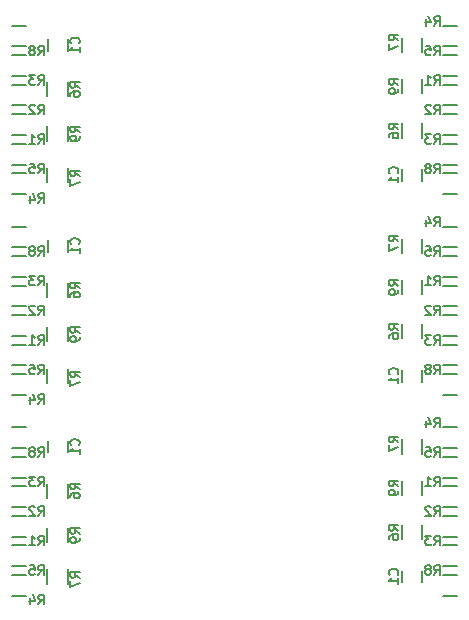
<source format=gbo>
G04 #@! TF.FileFunction,Legend,Bot*
%FSLAX46Y46*%
G04 Gerber Fmt 4.6, Leading zero omitted, Abs format (unit mm)*
G04 Created by KiCad (PCBNEW 4.0.2-stable) date 27/07/2016 9:39:40 PM*
%MOMM*%
G01*
G04 APERTURE LIST*
%ADD10C,0.100000*%
%ADD11C,0.150000*%
G04 APERTURE END LIST*
D10*
D11*
X171100000Y-115000000D02*
X171100000Y-116000000D01*
X169400000Y-116000000D02*
X169400000Y-115000000D01*
X171100000Y-132000000D02*
X171100000Y-133000000D01*
X169400000Y-133000000D02*
X169400000Y-132000000D01*
X139400000Y-139000000D02*
X139400000Y-138000000D01*
X141100000Y-138000000D02*
X141100000Y-139000000D01*
X139400000Y-122000000D02*
X139400000Y-121000000D01*
X141100000Y-121000000D02*
X141100000Y-122000000D01*
X139400000Y-105000000D02*
X139400000Y-104000000D01*
X141100000Y-104000000D02*
X141100000Y-105000000D01*
X171100000Y-149000000D02*
X171100000Y-150000000D01*
X169400000Y-150000000D02*
X169400000Y-149000000D01*
X171125000Y-142600000D02*
X171125000Y-141400000D01*
X169375000Y-141400000D02*
X169375000Y-142600000D01*
X172900000Y-151125000D02*
X174100000Y-151125000D01*
X174100000Y-149375000D02*
X172900000Y-149375000D01*
X171125000Y-139100000D02*
X171125000Y-137900000D01*
X169375000Y-137900000D02*
X169375000Y-139100000D01*
X169375000Y-145150000D02*
X169375000Y-146350000D01*
X171125000Y-146350000D02*
X171125000Y-145150000D01*
X174100000Y-139375000D02*
X172900000Y-139375000D01*
X172900000Y-141125000D02*
X174100000Y-141125000D01*
X174100000Y-136875000D02*
X172900000Y-136875000D01*
X172900000Y-138625000D02*
X174100000Y-138625000D01*
X174100000Y-146875000D02*
X172900000Y-146875000D01*
X172900000Y-148625000D02*
X174100000Y-148625000D01*
X174100000Y-144375000D02*
X172900000Y-144375000D01*
X172900000Y-146125000D02*
X174100000Y-146125000D01*
X174100000Y-141875000D02*
X172900000Y-141875000D01*
X172900000Y-143625000D02*
X174100000Y-143625000D01*
X174100000Y-107875000D02*
X172900000Y-107875000D01*
X172900000Y-109625000D02*
X174100000Y-109625000D01*
X174100000Y-110375000D02*
X172900000Y-110375000D01*
X172900000Y-112125000D02*
X174100000Y-112125000D01*
X174100000Y-112875000D02*
X172900000Y-112875000D01*
X172900000Y-114625000D02*
X174100000Y-114625000D01*
X174100000Y-102875000D02*
X172900000Y-102875000D01*
X172900000Y-104625000D02*
X174100000Y-104625000D01*
X174100000Y-105375000D02*
X172900000Y-105375000D01*
X172900000Y-107125000D02*
X174100000Y-107125000D01*
X169375000Y-111150000D02*
X169375000Y-112350000D01*
X171125000Y-112350000D02*
X171125000Y-111150000D01*
X171125000Y-105100000D02*
X171125000Y-103900000D01*
X169375000Y-103900000D02*
X169375000Y-105100000D01*
X172900000Y-117125000D02*
X174100000Y-117125000D01*
X174100000Y-115375000D02*
X172900000Y-115375000D01*
X171125000Y-108600000D02*
X171125000Y-107400000D01*
X169375000Y-107400000D02*
X169375000Y-108600000D01*
X171125000Y-125600000D02*
X171125000Y-124400000D01*
X169375000Y-124400000D02*
X169375000Y-125600000D01*
X172900000Y-134125000D02*
X174100000Y-134125000D01*
X174100000Y-132375000D02*
X172900000Y-132375000D01*
X171125000Y-122100000D02*
X171125000Y-120900000D01*
X169375000Y-120900000D02*
X169375000Y-122100000D01*
X169375000Y-128150000D02*
X169375000Y-129350000D01*
X171125000Y-129350000D02*
X171125000Y-128150000D01*
X174100000Y-122375000D02*
X172900000Y-122375000D01*
X172900000Y-124125000D02*
X174100000Y-124125000D01*
X174100000Y-119875000D02*
X172900000Y-119875000D01*
X172900000Y-121625000D02*
X174100000Y-121625000D01*
X174100000Y-129875000D02*
X172900000Y-129875000D01*
X172900000Y-131625000D02*
X174100000Y-131625000D01*
X174100000Y-127375000D02*
X172900000Y-127375000D01*
X172900000Y-129125000D02*
X174100000Y-129125000D01*
X174100000Y-124875000D02*
X172900000Y-124875000D01*
X172900000Y-126625000D02*
X174100000Y-126625000D01*
X136400000Y-129125000D02*
X137600000Y-129125000D01*
X137600000Y-127375000D02*
X136400000Y-127375000D01*
X136400000Y-126625000D02*
X137600000Y-126625000D01*
X137600000Y-124875000D02*
X136400000Y-124875000D01*
X136400000Y-124125000D02*
X137600000Y-124125000D01*
X137600000Y-122375000D02*
X136400000Y-122375000D01*
X136400000Y-134125000D02*
X137600000Y-134125000D01*
X137600000Y-132375000D02*
X136400000Y-132375000D01*
X136400000Y-131625000D02*
X137600000Y-131625000D01*
X137600000Y-129875000D02*
X136400000Y-129875000D01*
X141125000Y-125850000D02*
X141125000Y-124650000D01*
X139375000Y-124650000D02*
X139375000Y-125850000D01*
X139375000Y-131900000D02*
X139375000Y-133100000D01*
X141125000Y-133100000D02*
X141125000Y-131900000D01*
X137600000Y-119875000D02*
X136400000Y-119875000D01*
X136400000Y-121625000D02*
X137600000Y-121625000D01*
X139375000Y-128400000D02*
X139375000Y-129600000D01*
X141125000Y-129600000D02*
X141125000Y-128400000D01*
X139375000Y-145400000D02*
X139375000Y-146600000D01*
X141125000Y-146600000D02*
X141125000Y-145400000D01*
X137600000Y-136875000D02*
X136400000Y-136875000D01*
X136400000Y-138625000D02*
X137600000Y-138625000D01*
X139375000Y-148900000D02*
X139375000Y-150100000D01*
X141125000Y-150100000D02*
X141125000Y-148900000D01*
X141125000Y-142850000D02*
X141125000Y-141650000D01*
X139375000Y-141650000D02*
X139375000Y-142850000D01*
X136400000Y-148625000D02*
X137600000Y-148625000D01*
X137600000Y-146875000D02*
X136400000Y-146875000D01*
X136400000Y-151125000D02*
X137600000Y-151125000D01*
X137600000Y-149375000D02*
X136400000Y-149375000D01*
X136400000Y-141125000D02*
X137600000Y-141125000D01*
X137600000Y-139375000D02*
X136400000Y-139375000D01*
X136400000Y-143625000D02*
X137600000Y-143625000D01*
X137600000Y-141875000D02*
X136400000Y-141875000D01*
X136400000Y-146125000D02*
X137600000Y-146125000D01*
X137600000Y-144375000D02*
X136400000Y-144375000D01*
X136400000Y-112125000D02*
X137600000Y-112125000D01*
X137600000Y-110375000D02*
X136400000Y-110375000D01*
X136400000Y-109625000D02*
X137600000Y-109625000D01*
X137600000Y-107875000D02*
X136400000Y-107875000D01*
X136400000Y-107125000D02*
X137600000Y-107125000D01*
X137600000Y-105375000D02*
X136400000Y-105375000D01*
X136400000Y-117125000D02*
X137600000Y-117125000D01*
X137600000Y-115375000D02*
X136400000Y-115375000D01*
X136400000Y-114625000D02*
X137600000Y-114625000D01*
X137600000Y-112875000D02*
X136400000Y-112875000D01*
X141125000Y-108850000D02*
X141125000Y-107650000D01*
X139375000Y-107650000D02*
X139375000Y-108850000D01*
X139375000Y-114900000D02*
X139375000Y-116100000D01*
X141125000Y-116100000D02*
X141125000Y-114900000D01*
X137600000Y-102875000D02*
X136400000Y-102875000D01*
X136400000Y-104625000D02*
X137600000Y-104625000D01*
X139375000Y-111400000D02*
X139375000Y-112600000D01*
X141125000Y-112600000D02*
X141125000Y-111400000D01*
X169035714Y-115366667D02*
X169073810Y-115328572D01*
X169111905Y-115214286D01*
X169111905Y-115138096D01*
X169073810Y-115023810D01*
X168997619Y-114947619D01*
X168921429Y-114909524D01*
X168769048Y-114871429D01*
X168654762Y-114871429D01*
X168502381Y-114909524D01*
X168426190Y-114947619D01*
X168350000Y-115023810D01*
X168311905Y-115138096D01*
X168311905Y-115214286D01*
X168350000Y-115328572D01*
X168388095Y-115366667D01*
X169111905Y-116128572D02*
X169111905Y-115671429D01*
X169111905Y-115900000D02*
X168311905Y-115900000D01*
X168426190Y-115823810D01*
X168502381Y-115747619D01*
X168540476Y-115671429D01*
X169035714Y-132366667D02*
X169073810Y-132328572D01*
X169111905Y-132214286D01*
X169111905Y-132138096D01*
X169073810Y-132023810D01*
X168997619Y-131947619D01*
X168921429Y-131909524D01*
X168769048Y-131871429D01*
X168654762Y-131871429D01*
X168502381Y-131909524D01*
X168426190Y-131947619D01*
X168350000Y-132023810D01*
X168311905Y-132138096D01*
X168311905Y-132214286D01*
X168350000Y-132328572D01*
X168388095Y-132366667D01*
X169111905Y-133128572D02*
X169111905Y-132671429D01*
X169111905Y-132900000D02*
X168311905Y-132900000D01*
X168426190Y-132823810D01*
X168502381Y-132747619D01*
X168540476Y-132671429D01*
X142035714Y-138366667D02*
X142073810Y-138328572D01*
X142111905Y-138214286D01*
X142111905Y-138138096D01*
X142073810Y-138023810D01*
X141997619Y-137947619D01*
X141921429Y-137909524D01*
X141769048Y-137871429D01*
X141654762Y-137871429D01*
X141502381Y-137909524D01*
X141426190Y-137947619D01*
X141350000Y-138023810D01*
X141311905Y-138138096D01*
X141311905Y-138214286D01*
X141350000Y-138328572D01*
X141388095Y-138366667D01*
X142111905Y-139128572D02*
X142111905Y-138671429D01*
X142111905Y-138900000D02*
X141311905Y-138900000D01*
X141426190Y-138823810D01*
X141502381Y-138747619D01*
X141540476Y-138671429D01*
X142035714Y-121366667D02*
X142073810Y-121328572D01*
X142111905Y-121214286D01*
X142111905Y-121138096D01*
X142073810Y-121023810D01*
X141997619Y-120947619D01*
X141921429Y-120909524D01*
X141769048Y-120871429D01*
X141654762Y-120871429D01*
X141502381Y-120909524D01*
X141426190Y-120947619D01*
X141350000Y-121023810D01*
X141311905Y-121138096D01*
X141311905Y-121214286D01*
X141350000Y-121328572D01*
X141388095Y-121366667D01*
X142111905Y-122128572D02*
X142111905Y-121671429D01*
X142111905Y-121900000D02*
X141311905Y-121900000D01*
X141426190Y-121823810D01*
X141502381Y-121747619D01*
X141540476Y-121671429D01*
X142035714Y-104366667D02*
X142073810Y-104328572D01*
X142111905Y-104214286D01*
X142111905Y-104138096D01*
X142073810Y-104023810D01*
X141997619Y-103947619D01*
X141921429Y-103909524D01*
X141769048Y-103871429D01*
X141654762Y-103871429D01*
X141502381Y-103909524D01*
X141426190Y-103947619D01*
X141350000Y-104023810D01*
X141311905Y-104138096D01*
X141311905Y-104214286D01*
X141350000Y-104328572D01*
X141388095Y-104366667D01*
X142111905Y-105128572D02*
X142111905Y-104671429D01*
X142111905Y-104900000D02*
X141311905Y-104900000D01*
X141426190Y-104823810D01*
X141502381Y-104747619D01*
X141540476Y-104671429D01*
X169035714Y-149366667D02*
X169073810Y-149328572D01*
X169111905Y-149214286D01*
X169111905Y-149138096D01*
X169073810Y-149023810D01*
X168997619Y-148947619D01*
X168921429Y-148909524D01*
X168769048Y-148871429D01*
X168654762Y-148871429D01*
X168502381Y-148909524D01*
X168426190Y-148947619D01*
X168350000Y-149023810D01*
X168311905Y-149138096D01*
X168311905Y-149214286D01*
X168350000Y-149328572D01*
X168388095Y-149366667D01*
X169111905Y-150128572D02*
X169111905Y-149671429D01*
X169111905Y-149900000D02*
X168311905Y-149900000D01*
X168426190Y-149823810D01*
X168502381Y-149747619D01*
X168540476Y-149671429D01*
X169111905Y-141866667D02*
X168730952Y-141600000D01*
X169111905Y-141409524D02*
X168311905Y-141409524D01*
X168311905Y-141714286D01*
X168350000Y-141790477D01*
X168388095Y-141828572D01*
X168464286Y-141866667D01*
X168578571Y-141866667D01*
X168654762Y-141828572D01*
X168692857Y-141790477D01*
X168730952Y-141714286D01*
X168730952Y-141409524D01*
X169111905Y-142247619D02*
X169111905Y-142400000D01*
X169073810Y-142476191D01*
X169035714Y-142514286D01*
X168921429Y-142590477D01*
X168769048Y-142628572D01*
X168464286Y-142628572D01*
X168388095Y-142590477D01*
X168350000Y-142552381D01*
X168311905Y-142476191D01*
X168311905Y-142323810D01*
X168350000Y-142247619D01*
X168388095Y-142209524D01*
X168464286Y-142171429D01*
X168654762Y-142171429D01*
X168730952Y-142209524D01*
X168769048Y-142247619D01*
X168807143Y-142323810D01*
X168807143Y-142476191D01*
X168769048Y-142552381D01*
X168730952Y-142590477D01*
X168654762Y-142628572D01*
X172133333Y-149361905D02*
X172400000Y-148980952D01*
X172590476Y-149361905D02*
X172590476Y-148561905D01*
X172285714Y-148561905D01*
X172209523Y-148600000D01*
X172171428Y-148638095D01*
X172133333Y-148714286D01*
X172133333Y-148828571D01*
X172171428Y-148904762D01*
X172209523Y-148942857D01*
X172285714Y-148980952D01*
X172590476Y-148980952D01*
X171676190Y-148904762D02*
X171752381Y-148866667D01*
X171790476Y-148828571D01*
X171828571Y-148752381D01*
X171828571Y-148714286D01*
X171790476Y-148638095D01*
X171752381Y-148600000D01*
X171676190Y-148561905D01*
X171523809Y-148561905D01*
X171447619Y-148600000D01*
X171409523Y-148638095D01*
X171371428Y-148714286D01*
X171371428Y-148752381D01*
X171409523Y-148828571D01*
X171447619Y-148866667D01*
X171523809Y-148904762D01*
X171676190Y-148904762D01*
X171752381Y-148942857D01*
X171790476Y-148980952D01*
X171828571Y-149057143D01*
X171828571Y-149209524D01*
X171790476Y-149285714D01*
X171752381Y-149323810D01*
X171676190Y-149361905D01*
X171523809Y-149361905D01*
X171447619Y-149323810D01*
X171409523Y-149285714D01*
X171371428Y-149209524D01*
X171371428Y-149057143D01*
X171409523Y-148980952D01*
X171447619Y-148942857D01*
X171523809Y-148904762D01*
X169111905Y-138116667D02*
X168730952Y-137850000D01*
X169111905Y-137659524D02*
X168311905Y-137659524D01*
X168311905Y-137964286D01*
X168350000Y-138040477D01*
X168388095Y-138078572D01*
X168464286Y-138116667D01*
X168578571Y-138116667D01*
X168654762Y-138078572D01*
X168692857Y-138040477D01*
X168730952Y-137964286D01*
X168730952Y-137659524D01*
X168311905Y-138383334D02*
X168311905Y-138916667D01*
X169111905Y-138573810D01*
X169111905Y-145616667D02*
X168730952Y-145350000D01*
X169111905Y-145159524D02*
X168311905Y-145159524D01*
X168311905Y-145464286D01*
X168350000Y-145540477D01*
X168388095Y-145578572D01*
X168464286Y-145616667D01*
X168578571Y-145616667D01*
X168654762Y-145578572D01*
X168692857Y-145540477D01*
X168730952Y-145464286D01*
X168730952Y-145159524D01*
X168311905Y-146302381D02*
X168311905Y-146150000D01*
X168350000Y-146073810D01*
X168388095Y-146035715D01*
X168502381Y-145959524D01*
X168654762Y-145921429D01*
X168959524Y-145921429D01*
X169035714Y-145959524D01*
X169073810Y-145997619D01*
X169111905Y-146073810D01*
X169111905Y-146226191D01*
X169073810Y-146302381D01*
X169035714Y-146340477D01*
X168959524Y-146378572D01*
X168769048Y-146378572D01*
X168692857Y-146340477D01*
X168654762Y-146302381D01*
X168616667Y-146226191D01*
X168616667Y-146073810D01*
X168654762Y-145997619D01*
X168692857Y-145959524D01*
X168769048Y-145921429D01*
X172133333Y-139361905D02*
X172400000Y-138980952D01*
X172590476Y-139361905D02*
X172590476Y-138561905D01*
X172285714Y-138561905D01*
X172209523Y-138600000D01*
X172171428Y-138638095D01*
X172133333Y-138714286D01*
X172133333Y-138828571D01*
X172171428Y-138904762D01*
X172209523Y-138942857D01*
X172285714Y-138980952D01*
X172590476Y-138980952D01*
X171409523Y-138561905D02*
X171790476Y-138561905D01*
X171828571Y-138942857D01*
X171790476Y-138904762D01*
X171714285Y-138866667D01*
X171523809Y-138866667D01*
X171447619Y-138904762D01*
X171409523Y-138942857D01*
X171371428Y-139019048D01*
X171371428Y-139209524D01*
X171409523Y-139285714D01*
X171447619Y-139323810D01*
X171523809Y-139361905D01*
X171714285Y-139361905D01*
X171790476Y-139323810D01*
X171828571Y-139285714D01*
X172133333Y-136861905D02*
X172400000Y-136480952D01*
X172590476Y-136861905D02*
X172590476Y-136061905D01*
X172285714Y-136061905D01*
X172209523Y-136100000D01*
X172171428Y-136138095D01*
X172133333Y-136214286D01*
X172133333Y-136328571D01*
X172171428Y-136404762D01*
X172209523Y-136442857D01*
X172285714Y-136480952D01*
X172590476Y-136480952D01*
X171447619Y-136328571D02*
X171447619Y-136861905D01*
X171638095Y-136023810D02*
X171828571Y-136595238D01*
X171333333Y-136595238D01*
X172133333Y-146861905D02*
X172400000Y-146480952D01*
X172590476Y-146861905D02*
X172590476Y-146061905D01*
X172285714Y-146061905D01*
X172209523Y-146100000D01*
X172171428Y-146138095D01*
X172133333Y-146214286D01*
X172133333Y-146328571D01*
X172171428Y-146404762D01*
X172209523Y-146442857D01*
X172285714Y-146480952D01*
X172590476Y-146480952D01*
X171866666Y-146061905D02*
X171371428Y-146061905D01*
X171638095Y-146366667D01*
X171523809Y-146366667D01*
X171447619Y-146404762D01*
X171409523Y-146442857D01*
X171371428Y-146519048D01*
X171371428Y-146709524D01*
X171409523Y-146785714D01*
X171447619Y-146823810D01*
X171523809Y-146861905D01*
X171752381Y-146861905D01*
X171828571Y-146823810D01*
X171866666Y-146785714D01*
X172133333Y-144361905D02*
X172400000Y-143980952D01*
X172590476Y-144361905D02*
X172590476Y-143561905D01*
X172285714Y-143561905D01*
X172209523Y-143600000D01*
X172171428Y-143638095D01*
X172133333Y-143714286D01*
X172133333Y-143828571D01*
X172171428Y-143904762D01*
X172209523Y-143942857D01*
X172285714Y-143980952D01*
X172590476Y-143980952D01*
X171828571Y-143638095D02*
X171790476Y-143600000D01*
X171714285Y-143561905D01*
X171523809Y-143561905D01*
X171447619Y-143600000D01*
X171409523Y-143638095D01*
X171371428Y-143714286D01*
X171371428Y-143790476D01*
X171409523Y-143904762D01*
X171866666Y-144361905D01*
X171371428Y-144361905D01*
X172133333Y-141861905D02*
X172400000Y-141480952D01*
X172590476Y-141861905D02*
X172590476Y-141061905D01*
X172285714Y-141061905D01*
X172209523Y-141100000D01*
X172171428Y-141138095D01*
X172133333Y-141214286D01*
X172133333Y-141328571D01*
X172171428Y-141404762D01*
X172209523Y-141442857D01*
X172285714Y-141480952D01*
X172590476Y-141480952D01*
X171371428Y-141861905D02*
X171828571Y-141861905D01*
X171600000Y-141861905D02*
X171600000Y-141061905D01*
X171676190Y-141176190D01*
X171752381Y-141252381D01*
X171828571Y-141290476D01*
X172133333Y-107861905D02*
X172400000Y-107480952D01*
X172590476Y-107861905D02*
X172590476Y-107061905D01*
X172285714Y-107061905D01*
X172209523Y-107100000D01*
X172171428Y-107138095D01*
X172133333Y-107214286D01*
X172133333Y-107328571D01*
X172171428Y-107404762D01*
X172209523Y-107442857D01*
X172285714Y-107480952D01*
X172590476Y-107480952D01*
X171371428Y-107861905D02*
X171828571Y-107861905D01*
X171600000Y-107861905D02*
X171600000Y-107061905D01*
X171676190Y-107176190D01*
X171752381Y-107252381D01*
X171828571Y-107290476D01*
X172133333Y-110361905D02*
X172400000Y-109980952D01*
X172590476Y-110361905D02*
X172590476Y-109561905D01*
X172285714Y-109561905D01*
X172209523Y-109600000D01*
X172171428Y-109638095D01*
X172133333Y-109714286D01*
X172133333Y-109828571D01*
X172171428Y-109904762D01*
X172209523Y-109942857D01*
X172285714Y-109980952D01*
X172590476Y-109980952D01*
X171828571Y-109638095D02*
X171790476Y-109600000D01*
X171714285Y-109561905D01*
X171523809Y-109561905D01*
X171447619Y-109600000D01*
X171409523Y-109638095D01*
X171371428Y-109714286D01*
X171371428Y-109790476D01*
X171409523Y-109904762D01*
X171866666Y-110361905D01*
X171371428Y-110361905D01*
X172133333Y-112861905D02*
X172400000Y-112480952D01*
X172590476Y-112861905D02*
X172590476Y-112061905D01*
X172285714Y-112061905D01*
X172209523Y-112100000D01*
X172171428Y-112138095D01*
X172133333Y-112214286D01*
X172133333Y-112328571D01*
X172171428Y-112404762D01*
X172209523Y-112442857D01*
X172285714Y-112480952D01*
X172590476Y-112480952D01*
X171866666Y-112061905D02*
X171371428Y-112061905D01*
X171638095Y-112366667D01*
X171523809Y-112366667D01*
X171447619Y-112404762D01*
X171409523Y-112442857D01*
X171371428Y-112519048D01*
X171371428Y-112709524D01*
X171409523Y-112785714D01*
X171447619Y-112823810D01*
X171523809Y-112861905D01*
X171752381Y-112861905D01*
X171828571Y-112823810D01*
X171866666Y-112785714D01*
X172133333Y-102861905D02*
X172400000Y-102480952D01*
X172590476Y-102861905D02*
X172590476Y-102061905D01*
X172285714Y-102061905D01*
X172209523Y-102100000D01*
X172171428Y-102138095D01*
X172133333Y-102214286D01*
X172133333Y-102328571D01*
X172171428Y-102404762D01*
X172209523Y-102442857D01*
X172285714Y-102480952D01*
X172590476Y-102480952D01*
X171447619Y-102328571D02*
X171447619Y-102861905D01*
X171638095Y-102023810D02*
X171828571Y-102595238D01*
X171333333Y-102595238D01*
X172133333Y-105361905D02*
X172400000Y-104980952D01*
X172590476Y-105361905D02*
X172590476Y-104561905D01*
X172285714Y-104561905D01*
X172209523Y-104600000D01*
X172171428Y-104638095D01*
X172133333Y-104714286D01*
X172133333Y-104828571D01*
X172171428Y-104904762D01*
X172209523Y-104942857D01*
X172285714Y-104980952D01*
X172590476Y-104980952D01*
X171409523Y-104561905D02*
X171790476Y-104561905D01*
X171828571Y-104942857D01*
X171790476Y-104904762D01*
X171714285Y-104866667D01*
X171523809Y-104866667D01*
X171447619Y-104904762D01*
X171409523Y-104942857D01*
X171371428Y-105019048D01*
X171371428Y-105209524D01*
X171409523Y-105285714D01*
X171447619Y-105323810D01*
X171523809Y-105361905D01*
X171714285Y-105361905D01*
X171790476Y-105323810D01*
X171828571Y-105285714D01*
X169111905Y-111616667D02*
X168730952Y-111350000D01*
X169111905Y-111159524D02*
X168311905Y-111159524D01*
X168311905Y-111464286D01*
X168350000Y-111540477D01*
X168388095Y-111578572D01*
X168464286Y-111616667D01*
X168578571Y-111616667D01*
X168654762Y-111578572D01*
X168692857Y-111540477D01*
X168730952Y-111464286D01*
X168730952Y-111159524D01*
X168311905Y-112302381D02*
X168311905Y-112150000D01*
X168350000Y-112073810D01*
X168388095Y-112035715D01*
X168502381Y-111959524D01*
X168654762Y-111921429D01*
X168959524Y-111921429D01*
X169035714Y-111959524D01*
X169073810Y-111997619D01*
X169111905Y-112073810D01*
X169111905Y-112226191D01*
X169073810Y-112302381D01*
X169035714Y-112340477D01*
X168959524Y-112378572D01*
X168769048Y-112378572D01*
X168692857Y-112340477D01*
X168654762Y-112302381D01*
X168616667Y-112226191D01*
X168616667Y-112073810D01*
X168654762Y-111997619D01*
X168692857Y-111959524D01*
X168769048Y-111921429D01*
X169111905Y-104116667D02*
X168730952Y-103850000D01*
X169111905Y-103659524D02*
X168311905Y-103659524D01*
X168311905Y-103964286D01*
X168350000Y-104040477D01*
X168388095Y-104078572D01*
X168464286Y-104116667D01*
X168578571Y-104116667D01*
X168654762Y-104078572D01*
X168692857Y-104040477D01*
X168730952Y-103964286D01*
X168730952Y-103659524D01*
X168311905Y-104383334D02*
X168311905Y-104916667D01*
X169111905Y-104573810D01*
X172133333Y-115361905D02*
X172400000Y-114980952D01*
X172590476Y-115361905D02*
X172590476Y-114561905D01*
X172285714Y-114561905D01*
X172209523Y-114600000D01*
X172171428Y-114638095D01*
X172133333Y-114714286D01*
X172133333Y-114828571D01*
X172171428Y-114904762D01*
X172209523Y-114942857D01*
X172285714Y-114980952D01*
X172590476Y-114980952D01*
X171676190Y-114904762D02*
X171752381Y-114866667D01*
X171790476Y-114828571D01*
X171828571Y-114752381D01*
X171828571Y-114714286D01*
X171790476Y-114638095D01*
X171752381Y-114600000D01*
X171676190Y-114561905D01*
X171523809Y-114561905D01*
X171447619Y-114600000D01*
X171409523Y-114638095D01*
X171371428Y-114714286D01*
X171371428Y-114752381D01*
X171409523Y-114828571D01*
X171447619Y-114866667D01*
X171523809Y-114904762D01*
X171676190Y-114904762D01*
X171752381Y-114942857D01*
X171790476Y-114980952D01*
X171828571Y-115057143D01*
X171828571Y-115209524D01*
X171790476Y-115285714D01*
X171752381Y-115323810D01*
X171676190Y-115361905D01*
X171523809Y-115361905D01*
X171447619Y-115323810D01*
X171409523Y-115285714D01*
X171371428Y-115209524D01*
X171371428Y-115057143D01*
X171409523Y-114980952D01*
X171447619Y-114942857D01*
X171523809Y-114904762D01*
X169111905Y-107866667D02*
X168730952Y-107600000D01*
X169111905Y-107409524D02*
X168311905Y-107409524D01*
X168311905Y-107714286D01*
X168350000Y-107790477D01*
X168388095Y-107828572D01*
X168464286Y-107866667D01*
X168578571Y-107866667D01*
X168654762Y-107828572D01*
X168692857Y-107790477D01*
X168730952Y-107714286D01*
X168730952Y-107409524D01*
X169111905Y-108247619D02*
X169111905Y-108400000D01*
X169073810Y-108476191D01*
X169035714Y-108514286D01*
X168921429Y-108590477D01*
X168769048Y-108628572D01*
X168464286Y-108628572D01*
X168388095Y-108590477D01*
X168350000Y-108552381D01*
X168311905Y-108476191D01*
X168311905Y-108323810D01*
X168350000Y-108247619D01*
X168388095Y-108209524D01*
X168464286Y-108171429D01*
X168654762Y-108171429D01*
X168730952Y-108209524D01*
X168769048Y-108247619D01*
X168807143Y-108323810D01*
X168807143Y-108476191D01*
X168769048Y-108552381D01*
X168730952Y-108590477D01*
X168654762Y-108628572D01*
X169111905Y-124866667D02*
X168730952Y-124600000D01*
X169111905Y-124409524D02*
X168311905Y-124409524D01*
X168311905Y-124714286D01*
X168350000Y-124790477D01*
X168388095Y-124828572D01*
X168464286Y-124866667D01*
X168578571Y-124866667D01*
X168654762Y-124828572D01*
X168692857Y-124790477D01*
X168730952Y-124714286D01*
X168730952Y-124409524D01*
X169111905Y-125247619D02*
X169111905Y-125400000D01*
X169073810Y-125476191D01*
X169035714Y-125514286D01*
X168921429Y-125590477D01*
X168769048Y-125628572D01*
X168464286Y-125628572D01*
X168388095Y-125590477D01*
X168350000Y-125552381D01*
X168311905Y-125476191D01*
X168311905Y-125323810D01*
X168350000Y-125247619D01*
X168388095Y-125209524D01*
X168464286Y-125171429D01*
X168654762Y-125171429D01*
X168730952Y-125209524D01*
X168769048Y-125247619D01*
X168807143Y-125323810D01*
X168807143Y-125476191D01*
X168769048Y-125552381D01*
X168730952Y-125590477D01*
X168654762Y-125628572D01*
X172133333Y-132361905D02*
X172400000Y-131980952D01*
X172590476Y-132361905D02*
X172590476Y-131561905D01*
X172285714Y-131561905D01*
X172209523Y-131600000D01*
X172171428Y-131638095D01*
X172133333Y-131714286D01*
X172133333Y-131828571D01*
X172171428Y-131904762D01*
X172209523Y-131942857D01*
X172285714Y-131980952D01*
X172590476Y-131980952D01*
X171676190Y-131904762D02*
X171752381Y-131866667D01*
X171790476Y-131828571D01*
X171828571Y-131752381D01*
X171828571Y-131714286D01*
X171790476Y-131638095D01*
X171752381Y-131600000D01*
X171676190Y-131561905D01*
X171523809Y-131561905D01*
X171447619Y-131600000D01*
X171409523Y-131638095D01*
X171371428Y-131714286D01*
X171371428Y-131752381D01*
X171409523Y-131828571D01*
X171447619Y-131866667D01*
X171523809Y-131904762D01*
X171676190Y-131904762D01*
X171752381Y-131942857D01*
X171790476Y-131980952D01*
X171828571Y-132057143D01*
X171828571Y-132209524D01*
X171790476Y-132285714D01*
X171752381Y-132323810D01*
X171676190Y-132361905D01*
X171523809Y-132361905D01*
X171447619Y-132323810D01*
X171409523Y-132285714D01*
X171371428Y-132209524D01*
X171371428Y-132057143D01*
X171409523Y-131980952D01*
X171447619Y-131942857D01*
X171523809Y-131904762D01*
X169111905Y-121116667D02*
X168730952Y-120850000D01*
X169111905Y-120659524D02*
X168311905Y-120659524D01*
X168311905Y-120964286D01*
X168350000Y-121040477D01*
X168388095Y-121078572D01*
X168464286Y-121116667D01*
X168578571Y-121116667D01*
X168654762Y-121078572D01*
X168692857Y-121040477D01*
X168730952Y-120964286D01*
X168730952Y-120659524D01*
X168311905Y-121383334D02*
X168311905Y-121916667D01*
X169111905Y-121573810D01*
X169111905Y-128616667D02*
X168730952Y-128350000D01*
X169111905Y-128159524D02*
X168311905Y-128159524D01*
X168311905Y-128464286D01*
X168350000Y-128540477D01*
X168388095Y-128578572D01*
X168464286Y-128616667D01*
X168578571Y-128616667D01*
X168654762Y-128578572D01*
X168692857Y-128540477D01*
X168730952Y-128464286D01*
X168730952Y-128159524D01*
X168311905Y-129302381D02*
X168311905Y-129150000D01*
X168350000Y-129073810D01*
X168388095Y-129035715D01*
X168502381Y-128959524D01*
X168654762Y-128921429D01*
X168959524Y-128921429D01*
X169035714Y-128959524D01*
X169073810Y-128997619D01*
X169111905Y-129073810D01*
X169111905Y-129226191D01*
X169073810Y-129302381D01*
X169035714Y-129340477D01*
X168959524Y-129378572D01*
X168769048Y-129378572D01*
X168692857Y-129340477D01*
X168654762Y-129302381D01*
X168616667Y-129226191D01*
X168616667Y-129073810D01*
X168654762Y-128997619D01*
X168692857Y-128959524D01*
X168769048Y-128921429D01*
X172133333Y-122361905D02*
X172400000Y-121980952D01*
X172590476Y-122361905D02*
X172590476Y-121561905D01*
X172285714Y-121561905D01*
X172209523Y-121600000D01*
X172171428Y-121638095D01*
X172133333Y-121714286D01*
X172133333Y-121828571D01*
X172171428Y-121904762D01*
X172209523Y-121942857D01*
X172285714Y-121980952D01*
X172590476Y-121980952D01*
X171409523Y-121561905D02*
X171790476Y-121561905D01*
X171828571Y-121942857D01*
X171790476Y-121904762D01*
X171714285Y-121866667D01*
X171523809Y-121866667D01*
X171447619Y-121904762D01*
X171409523Y-121942857D01*
X171371428Y-122019048D01*
X171371428Y-122209524D01*
X171409523Y-122285714D01*
X171447619Y-122323810D01*
X171523809Y-122361905D01*
X171714285Y-122361905D01*
X171790476Y-122323810D01*
X171828571Y-122285714D01*
X172133333Y-119861905D02*
X172400000Y-119480952D01*
X172590476Y-119861905D02*
X172590476Y-119061905D01*
X172285714Y-119061905D01*
X172209523Y-119100000D01*
X172171428Y-119138095D01*
X172133333Y-119214286D01*
X172133333Y-119328571D01*
X172171428Y-119404762D01*
X172209523Y-119442857D01*
X172285714Y-119480952D01*
X172590476Y-119480952D01*
X171447619Y-119328571D02*
X171447619Y-119861905D01*
X171638095Y-119023810D02*
X171828571Y-119595238D01*
X171333333Y-119595238D01*
X172133333Y-129861905D02*
X172400000Y-129480952D01*
X172590476Y-129861905D02*
X172590476Y-129061905D01*
X172285714Y-129061905D01*
X172209523Y-129100000D01*
X172171428Y-129138095D01*
X172133333Y-129214286D01*
X172133333Y-129328571D01*
X172171428Y-129404762D01*
X172209523Y-129442857D01*
X172285714Y-129480952D01*
X172590476Y-129480952D01*
X171866666Y-129061905D02*
X171371428Y-129061905D01*
X171638095Y-129366667D01*
X171523809Y-129366667D01*
X171447619Y-129404762D01*
X171409523Y-129442857D01*
X171371428Y-129519048D01*
X171371428Y-129709524D01*
X171409523Y-129785714D01*
X171447619Y-129823810D01*
X171523809Y-129861905D01*
X171752381Y-129861905D01*
X171828571Y-129823810D01*
X171866666Y-129785714D01*
X172133333Y-127361905D02*
X172400000Y-126980952D01*
X172590476Y-127361905D02*
X172590476Y-126561905D01*
X172285714Y-126561905D01*
X172209523Y-126600000D01*
X172171428Y-126638095D01*
X172133333Y-126714286D01*
X172133333Y-126828571D01*
X172171428Y-126904762D01*
X172209523Y-126942857D01*
X172285714Y-126980952D01*
X172590476Y-126980952D01*
X171828571Y-126638095D02*
X171790476Y-126600000D01*
X171714285Y-126561905D01*
X171523809Y-126561905D01*
X171447619Y-126600000D01*
X171409523Y-126638095D01*
X171371428Y-126714286D01*
X171371428Y-126790476D01*
X171409523Y-126904762D01*
X171866666Y-127361905D01*
X171371428Y-127361905D01*
X172133333Y-124861905D02*
X172400000Y-124480952D01*
X172590476Y-124861905D02*
X172590476Y-124061905D01*
X172285714Y-124061905D01*
X172209523Y-124100000D01*
X172171428Y-124138095D01*
X172133333Y-124214286D01*
X172133333Y-124328571D01*
X172171428Y-124404762D01*
X172209523Y-124442857D01*
X172285714Y-124480952D01*
X172590476Y-124480952D01*
X171371428Y-124861905D02*
X171828571Y-124861905D01*
X171600000Y-124861905D02*
X171600000Y-124061905D01*
X171676190Y-124176190D01*
X171752381Y-124252381D01*
X171828571Y-124290476D01*
X138633333Y-129861905D02*
X138900000Y-129480952D01*
X139090476Y-129861905D02*
X139090476Y-129061905D01*
X138785714Y-129061905D01*
X138709523Y-129100000D01*
X138671428Y-129138095D01*
X138633333Y-129214286D01*
X138633333Y-129328571D01*
X138671428Y-129404762D01*
X138709523Y-129442857D01*
X138785714Y-129480952D01*
X139090476Y-129480952D01*
X137871428Y-129861905D02*
X138328571Y-129861905D01*
X138100000Y-129861905D02*
X138100000Y-129061905D01*
X138176190Y-129176190D01*
X138252381Y-129252381D01*
X138328571Y-129290476D01*
X138633333Y-127361905D02*
X138900000Y-126980952D01*
X139090476Y-127361905D02*
X139090476Y-126561905D01*
X138785714Y-126561905D01*
X138709523Y-126600000D01*
X138671428Y-126638095D01*
X138633333Y-126714286D01*
X138633333Y-126828571D01*
X138671428Y-126904762D01*
X138709523Y-126942857D01*
X138785714Y-126980952D01*
X139090476Y-126980952D01*
X138328571Y-126638095D02*
X138290476Y-126600000D01*
X138214285Y-126561905D01*
X138023809Y-126561905D01*
X137947619Y-126600000D01*
X137909523Y-126638095D01*
X137871428Y-126714286D01*
X137871428Y-126790476D01*
X137909523Y-126904762D01*
X138366666Y-127361905D01*
X137871428Y-127361905D01*
X138633333Y-124861905D02*
X138900000Y-124480952D01*
X139090476Y-124861905D02*
X139090476Y-124061905D01*
X138785714Y-124061905D01*
X138709523Y-124100000D01*
X138671428Y-124138095D01*
X138633333Y-124214286D01*
X138633333Y-124328571D01*
X138671428Y-124404762D01*
X138709523Y-124442857D01*
X138785714Y-124480952D01*
X139090476Y-124480952D01*
X138366666Y-124061905D02*
X137871428Y-124061905D01*
X138138095Y-124366667D01*
X138023809Y-124366667D01*
X137947619Y-124404762D01*
X137909523Y-124442857D01*
X137871428Y-124519048D01*
X137871428Y-124709524D01*
X137909523Y-124785714D01*
X137947619Y-124823810D01*
X138023809Y-124861905D01*
X138252381Y-124861905D01*
X138328571Y-124823810D01*
X138366666Y-124785714D01*
X138633333Y-134861905D02*
X138900000Y-134480952D01*
X139090476Y-134861905D02*
X139090476Y-134061905D01*
X138785714Y-134061905D01*
X138709523Y-134100000D01*
X138671428Y-134138095D01*
X138633333Y-134214286D01*
X138633333Y-134328571D01*
X138671428Y-134404762D01*
X138709523Y-134442857D01*
X138785714Y-134480952D01*
X139090476Y-134480952D01*
X137947619Y-134328571D02*
X137947619Y-134861905D01*
X138138095Y-134023810D02*
X138328571Y-134595238D01*
X137833333Y-134595238D01*
X138633333Y-132361905D02*
X138900000Y-131980952D01*
X139090476Y-132361905D02*
X139090476Y-131561905D01*
X138785714Y-131561905D01*
X138709523Y-131600000D01*
X138671428Y-131638095D01*
X138633333Y-131714286D01*
X138633333Y-131828571D01*
X138671428Y-131904762D01*
X138709523Y-131942857D01*
X138785714Y-131980952D01*
X139090476Y-131980952D01*
X137909523Y-131561905D02*
X138290476Y-131561905D01*
X138328571Y-131942857D01*
X138290476Y-131904762D01*
X138214285Y-131866667D01*
X138023809Y-131866667D01*
X137947619Y-131904762D01*
X137909523Y-131942857D01*
X137871428Y-132019048D01*
X137871428Y-132209524D01*
X137909523Y-132285714D01*
X137947619Y-132323810D01*
X138023809Y-132361905D01*
X138214285Y-132361905D01*
X138290476Y-132323810D01*
X138328571Y-132285714D01*
X142111905Y-125116667D02*
X141730952Y-124850000D01*
X142111905Y-124659524D02*
X141311905Y-124659524D01*
X141311905Y-124964286D01*
X141350000Y-125040477D01*
X141388095Y-125078572D01*
X141464286Y-125116667D01*
X141578571Y-125116667D01*
X141654762Y-125078572D01*
X141692857Y-125040477D01*
X141730952Y-124964286D01*
X141730952Y-124659524D01*
X141311905Y-125802381D02*
X141311905Y-125650000D01*
X141350000Y-125573810D01*
X141388095Y-125535715D01*
X141502381Y-125459524D01*
X141654762Y-125421429D01*
X141959524Y-125421429D01*
X142035714Y-125459524D01*
X142073810Y-125497619D01*
X142111905Y-125573810D01*
X142111905Y-125726191D01*
X142073810Y-125802381D01*
X142035714Y-125840477D01*
X141959524Y-125878572D01*
X141769048Y-125878572D01*
X141692857Y-125840477D01*
X141654762Y-125802381D01*
X141616667Y-125726191D01*
X141616667Y-125573810D01*
X141654762Y-125497619D01*
X141692857Y-125459524D01*
X141769048Y-125421429D01*
X142111905Y-132616667D02*
X141730952Y-132350000D01*
X142111905Y-132159524D02*
X141311905Y-132159524D01*
X141311905Y-132464286D01*
X141350000Y-132540477D01*
X141388095Y-132578572D01*
X141464286Y-132616667D01*
X141578571Y-132616667D01*
X141654762Y-132578572D01*
X141692857Y-132540477D01*
X141730952Y-132464286D01*
X141730952Y-132159524D01*
X141311905Y-132883334D02*
X141311905Y-133416667D01*
X142111905Y-133073810D01*
X138633333Y-122361905D02*
X138900000Y-121980952D01*
X139090476Y-122361905D02*
X139090476Y-121561905D01*
X138785714Y-121561905D01*
X138709523Y-121600000D01*
X138671428Y-121638095D01*
X138633333Y-121714286D01*
X138633333Y-121828571D01*
X138671428Y-121904762D01*
X138709523Y-121942857D01*
X138785714Y-121980952D01*
X139090476Y-121980952D01*
X138176190Y-121904762D02*
X138252381Y-121866667D01*
X138290476Y-121828571D01*
X138328571Y-121752381D01*
X138328571Y-121714286D01*
X138290476Y-121638095D01*
X138252381Y-121600000D01*
X138176190Y-121561905D01*
X138023809Y-121561905D01*
X137947619Y-121600000D01*
X137909523Y-121638095D01*
X137871428Y-121714286D01*
X137871428Y-121752381D01*
X137909523Y-121828571D01*
X137947619Y-121866667D01*
X138023809Y-121904762D01*
X138176190Y-121904762D01*
X138252381Y-121942857D01*
X138290476Y-121980952D01*
X138328571Y-122057143D01*
X138328571Y-122209524D01*
X138290476Y-122285714D01*
X138252381Y-122323810D01*
X138176190Y-122361905D01*
X138023809Y-122361905D01*
X137947619Y-122323810D01*
X137909523Y-122285714D01*
X137871428Y-122209524D01*
X137871428Y-122057143D01*
X137909523Y-121980952D01*
X137947619Y-121942857D01*
X138023809Y-121904762D01*
X142111905Y-128866667D02*
X141730952Y-128600000D01*
X142111905Y-128409524D02*
X141311905Y-128409524D01*
X141311905Y-128714286D01*
X141350000Y-128790477D01*
X141388095Y-128828572D01*
X141464286Y-128866667D01*
X141578571Y-128866667D01*
X141654762Y-128828572D01*
X141692857Y-128790477D01*
X141730952Y-128714286D01*
X141730952Y-128409524D01*
X142111905Y-129247619D02*
X142111905Y-129400000D01*
X142073810Y-129476191D01*
X142035714Y-129514286D01*
X141921429Y-129590477D01*
X141769048Y-129628572D01*
X141464286Y-129628572D01*
X141388095Y-129590477D01*
X141350000Y-129552381D01*
X141311905Y-129476191D01*
X141311905Y-129323810D01*
X141350000Y-129247619D01*
X141388095Y-129209524D01*
X141464286Y-129171429D01*
X141654762Y-129171429D01*
X141730952Y-129209524D01*
X141769048Y-129247619D01*
X141807143Y-129323810D01*
X141807143Y-129476191D01*
X141769048Y-129552381D01*
X141730952Y-129590477D01*
X141654762Y-129628572D01*
X142111905Y-145866667D02*
X141730952Y-145600000D01*
X142111905Y-145409524D02*
X141311905Y-145409524D01*
X141311905Y-145714286D01*
X141350000Y-145790477D01*
X141388095Y-145828572D01*
X141464286Y-145866667D01*
X141578571Y-145866667D01*
X141654762Y-145828572D01*
X141692857Y-145790477D01*
X141730952Y-145714286D01*
X141730952Y-145409524D01*
X142111905Y-146247619D02*
X142111905Y-146400000D01*
X142073810Y-146476191D01*
X142035714Y-146514286D01*
X141921429Y-146590477D01*
X141769048Y-146628572D01*
X141464286Y-146628572D01*
X141388095Y-146590477D01*
X141350000Y-146552381D01*
X141311905Y-146476191D01*
X141311905Y-146323810D01*
X141350000Y-146247619D01*
X141388095Y-146209524D01*
X141464286Y-146171429D01*
X141654762Y-146171429D01*
X141730952Y-146209524D01*
X141769048Y-146247619D01*
X141807143Y-146323810D01*
X141807143Y-146476191D01*
X141769048Y-146552381D01*
X141730952Y-146590477D01*
X141654762Y-146628572D01*
X138633333Y-139361905D02*
X138900000Y-138980952D01*
X139090476Y-139361905D02*
X139090476Y-138561905D01*
X138785714Y-138561905D01*
X138709523Y-138600000D01*
X138671428Y-138638095D01*
X138633333Y-138714286D01*
X138633333Y-138828571D01*
X138671428Y-138904762D01*
X138709523Y-138942857D01*
X138785714Y-138980952D01*
X139090476Y-138980952D01*
X138176190Y-138904762D02*
X138252381Y-138866667D01*
X138290476Y-138828571D01*
X138328571Y-138752381D01*
X138328571Y-138714286D01*
X138290476Y-138638095D01*
X138252381Y-138600000D01*
X138176190Y-138561905D01*
X138023809Y-138561905D01*
X137947619Y-138600000D01*
X137909523Y-138638095D01*
X137871428Y-138714286D01*
X137871428Y-138752381D01*
X137909523Y-138828571D01*
X137947619Y-138866667D01*
X138023809Y-138904762D01*
X138176190Y-138904762D01*
X138252381Y-138942857D01*
X138290476Y-138980952D01*
X138328571Y-139057143D01*
X138328571Y-139209524D01*
X138290476Y-139285714D01*
X138252381Y-139323810D01*
X138176190Y-139361905D01*
X138023809Y-139361905D01*
X137947619Y-139323810D01*
X137909523Y-139285714D01*
X137871428Y-139209524D01*
X137871428Y-139057143D01*
X137909523Y-138980952D01*
X137947619Y-138942857D01*
X138023809Y-138904762D01*
X142111905Y-149616667D02*
X141730952Y-149350000D01*
X142111905Y-149159524D02*
X141311905Y-149159524D01*
X141311905Y-149464286D01*
X141350000Y-149540477D01*
X141388095Y-149578572D01*
X141464286Y-149616667D01*
X141578571Y-149616667D01*
X141654762Y-149578572D01*
X141692857Y-149540477D01*
X141730952Y-149464286D01*
X141730952Y-149159524D01*
X141311905Y-149883334D02*
X141311905Y-150416667D01*
X142111905Y-150073810D01*
X142111905Y-142116667D02*
X141730952Y-141850000D01*
X142111905Y-141659524D02*
X141311905Y-141659524D01*
X141311905Y-141964286D01*
X141350000Y-142040477D01*
X141388095Y-142078572D01*
X141464286Y-142116667D01*
X141578571Y-142116667D01*
X141654762Y-142078572D01*
X141692857Y-142040477D01*
X141730952Y-141964286D01*
X141730952Y-141659524D01*
X141311905Y-142802381D02*
X141311905Y-142650000D01*
X141350000Y-142573810D01*
X141388095Y-142535715D01*
X141502381Y-142459524D01*
X141654762Y-142421429D01*
X141959524Y-142421429D01*
X142035714Y-142459524D01*
X142073810Y-142497619D01*
X142111905Y-142573810D01*
X142111905Y-142726191D01*
X142073810Y-142802381D01*
X142035714Y-142840477D01*
X141959524Y-142878572D01*
X141769048Y-142878572D01*
X141692857Y-142840477D01*
X141654762Y-142802381D01*
X141616667Y-142726191D01*
X141616667Y-142573810D01*
X141654762Y-142497619D01*
X141692857Y-142459524D01*
X141769048Y-142421429D01*
X138633333Y-149361905D02*
X138900000Y-148980952D01*
X139090476Y-149361905D02*
X139090476Y-148561905D01*
X138785714Y-148561905D01*
X138709523Y-148600000D01*
X138671428Y-148638095D01*
X138633333Y-148714286D01*
X138633333Y-148828571D01*
X138671428Y-148904762D01*
X138709523Y-148942857D01*
X138785714Y-148980952D01*
X139090476Y-148980952D01*
X137909523Y-148561905D02*
X138290476Y-148561905D01*
X138328571Y-148942857D01*
X138290476Y-148904762D01*
X138214285Y-148866667D01*
X138023809Y-148866667D01*
X137947619Y-148904762D01*
X137909523Y-148942857D01*
X137871428Y-149019048D01*
X137871428Y-149209524D01*
X137909523Y-149285714D01*
X137947619Y-149323810D01*
X138023809Y-149361905D01*
X138214285Y-149361905D01*
X138290476Y-149323810D01*
X138328571Y-149285714D01*
X138633333Y-151861905D02*
X138900000Y-151480952D01*
X139090476Y-151861905D02*
X139090476Y-151061905D01*
X138785714Y-151061905D01*
X138709523Y-151100000D01*
X138671428Y-151138095D01*
X138633333Y-151214286D01*
X138633333Y-151328571D01*
X138671428Y-151404762D01*
X138709523Y-151442857D01*
X138785714Y-151480952D01*
X139090476Y-151480952D01*
X137947619Y-151328571D02*
X137947619Y-151861905D01*
X138138095Y-151023810D02*
X138328571Y-151595238D01*
X137833333Y-151595238D01*
X138633333Y-141861905D02*
X138900000Y-141480952D01*
X139090476Y-141861905D02*
X139090476Y-141061905D01*
X138785714Y-141061905D01*
X138709523Y-141100000D01*
X138671428Y-141138095D01*
X138633333Y-141214286D01*
X138633333Y-141328571D01*
X138671428Y-141404762D01*
X138709523Y-141442857D01*
X138785714Y-141480952D01*
X139090476Y-141480952D01*
X138366666Y-141061905D02*
X137871428Y-141061905D01*
X138138095Y-141366667D01*
X138023809Y-141366667D01*
X137947619Y-141404762D01*
X137909523Y-141442857D01*
X137871428Y-141519048D01*
X137871428Y-141709524D01*
X137909523Y-141785714D01*
X137947619Y-141823810D01*
X138023809Y-141861905D01*
X138252381Y-141861905D01*
X138328571Y-141823810D01*
X138366666Y-141785714D01*
X138633333Y-144361905D02*
X138900000Y-143980952D01*
X139090476Y-144361905D02*
X139090476Y-143561905D01*
X138785714Y-143561905D01*
X138709523Y-143600000D01*
X138671428Y-143638095D01*
X138633333Y-143714286D01*
X138633333Y-143828571D01*
X138671428Y-143904762D01*
X138709523Y-143942857D01*
X138785714Y-143980952D01*
X139090476Y-143980952D01*
X138328571Y-143638095D02*
X138290476Y-143600000D01*
X138214285Y-143561905D01*
X138023809Y-143561905D01*
X137947619Y-143600000D01*
X137909523Y-143638095D01*
X137871428Y-143714286D01*
X137871428Y-143790476D01*
X137909523Y-143904762D01*
X138366666Y-144361905D01*
X137871428Y-144361905D01*
X138633333Y-146861905D02*
X138900000Y-146480952D01*
X139090476Y-146861905D02*
X139090476Y-146061905D01*
X138785714Y-146061905D01*
X138709523Y-146100000D01*
X138671428Y-146138095D01*
X138633333Y-146214286D01*
X138633333Y-146328571D01*
X138671428Y-146404762D01*
X138709523Y-146442857D01*
X138785714Y-146480952D01*
X139090476Y-146480952D01*
X137871428Y-146861905D02*
X138328571Y-146861905D01*
X138100000Y-146861905D02*
X138100000Y-146061905D01*
X138176190Y-146176190D01*
X138252381Y-146252381D01*
X138328571Y-146290476D01*
X138633333Y-112861905D02*
X138900000Y-112480952D01*
X139090476Y-112861905D02*
X139090476Y-112061905D01*
X138785714Y-112061905D01*
X138709523Y-112100000D01*
X138671428Y-112138095D01*
X138633333Y-112214286D01*
X138633333Y-112328571D01*
X138671428Y-112404762D01*
X138709523Y-112442857D01*
X138785714Y-112480952D01*
X139090476Y-112480952D01*
X137871428Y-112861905D02*
X138328571Y-112861905D01*
X138100000Y-112861905D02*
X138100000Y-112061905D01*
X138176190Y-112176190D01*
X138252381Y-112252381D01*
X138328571Y-112290476D01*
X138633333Y-110361905D02*
X138900000Y-109980952D01*
X139090476Y-110361905D02*
X139090476Y-109561905D01*
X138785714Y-109561905D01*
X138709523Y-109600000D01*
X138671428Y-109638095D01*
X138633333Y-109714286D01*
X138633333Y-109828571D01*
X138671428Y-109904762D01*
X138709523Y-109942857D01*
X138785714Y-109980952D01*
X139090476Y-109980952D01*
X138328571Y-109638095D02*
X138290476Y-109600000D01*
X138214285Y-109561905D01*
X138023809Y-109561905D01*
X137947619Y-109600000D01*
X137909523Y-109638095D01*
X137871428Y-109714286D01*
X137871428Y-109790476D01*
X137909523Y-109904762D01*
X138366666Y-110361905D01*
X137871428Y-110361905D01*
X138633333Y-107861905D02*
X138900000Y-107480952D01*
X139090476Y-107861905D02*
X139090476Y-107061905D01*
X138785714Y-107061905D01*
X138709523Y-107100000D01*
X138671428Y-107138095D01*
X138633333Y-107214286D01*
X138633333Y-107328571D01*
X138671428Y-107404762D01*
X138709523Y-107442857D01*
X138785714Y-107480952D01*
X139090476Y-107480952D01*
X138366666Y-107061905D02*
X137871428Y-107061905D01*
X138138095Y-107366667D01*
X138023809Y-107366667D01*
X137947619Y-107404762D01*
X137909523Y-107442857D01*
X137871428Y-107519048D01*
X137871428Y-107709524D01*
X137909523Y-107785714D01*
X137947619Y-107823810D01*
X138023809Y-107861905D01*
X138252381Y-107861905D01*
X138328571Y-107823810D01*
X138366666Y-107785714D01*
X138633333Y-117861905D02*
X138900000Y-117480952D01*
X139090476Y-117861905D02*
X139090476Y-117061905D01*
X138785714Y-117061905D01*
X138709523Y-117100000D01*
X138671428Y-117138095D01*
X138633333Y-117214286D01*
X138633333Y-117328571D01*
X138671428Y-117404762D01*
X138709523Y-117442857D01*
X138785714Y-117480952D01*
X139090476Y-117480952D01*
X137947619Y-117328571D02*
X137947619Y-117861905D01*
X138138095Y-117023810D02*
X138328571Y-117595238D01*
X137833333Y-117595238D01*
X138633333Y-115361905D02*
X138900000Y-114980952D01*
X139090476Y-115361905D02*
X139090476Y-114561905D01*
X138785714Y-114561905D01*
X138709523Y-114600000D01*
X138671428Y-114638095D01*
X138633333Y-114714286D01*
X138633333Y-114828571D01*
X138671428Y-114904762D01*
X138709523Y-114942857D01*
X138785714Y-114980952D01*
X139090476Y-114980952D01*
X137909523Y-114561905D02*
X138290476Y-114561905D01*
X138328571Y-114942857D01*
X138290476Y-114904762D01*
X138214285Y-114866667D01*
X138023809Y-114866667D01*
X137947619Y-114904762D01*
X137909523Y-114942857D01*
X137871428Y-115019048D01*
X137871428Y-115209524D01*
X137909523Y-115285714D01*
X137947619Y-115323810D01*
X138023809Y-115361905D01*
X138214285Y-115361905D01*
X138290476Y-115323810D01*
X138328571Y-115285714D01*
X142111905Y-108116667D02*
X141730952Y-107850000D01*
X142111905Y-107659524D02*
X141311905Y-107659524D01*
X141311905Y-107964286D01*
X141350000Y-108040477D01*
X141388095Y-108078572D01*
X141464286Y-108116667D01*
X141578571Y-108116667D01*
X141654762Y-108078572D01*
X141692857Y-108040477D01*
X141730952Y-107964286D01*
X141730952Y-107659524D01*
X141311905Y-108802381D02*
X141311905Y-108650000D01*
X141350000Y-108573810D01*
X141388095Y-108535715D01*
X141502381Y-108459524D01*
X141654762Y-108421429D01*
X141959524Y-108421429D01*
X142035714Y-108459524D01*
X142073810Y-108497619D01*
X142111905Y-108573810D01*
X142111905Y-108726191D01*
X142073810Y-108802381D01*
X142035714Y-108840477D01*
X141959524Y-108878572D01*
X141769048Y-108878572D01*
X141692857Y-108840477D01*
X141654762Y-108802381D01*
X141616667Y-108726191D01*
X141616667Y-108573810D01*
X141654762Y-108497619D01*
X141692857Y-108459524D01*
X141769048Y-108421429D01*
X142111905Y-115616667D02*
X141730952Y-115350000D01*
X142111905Y-115159524D02*
X141311905Y-115159524D01*
X141311905Y-115464286D01*
X141350000Y-115540477D01*
X141388095Y-115578572D01*
X141464286Y-115616667D01*
X141578571Y-115616667D01*
X141654762Y-115578572D01*
X141692857Y-115540477D01*
X141730952Y-115464286D01*
X141730952Y-115159524D01*
X141311905Y-115883334D02*
X141311905Y-116416667D01*
X142111905Y-116073810D01*
X138633333Y-105361905D02*
X138900000Y-104980952D01*
X139090476Y-105361905D02*
X139090476Y-104561905D01*
X138785714Y-104561905D01*
X138709523Y-104600000D01*
X138671428Y-104638095D01*
X138633333Y-104714286D01*
X138633333Y-104828571D01*
X138671428Y-104904762D01*
X138709523Y-104942857D01*
X138785714Y-104980952D01*
X139090476Y-104980952D01*
X138176190Y-104904762D02*
X138252381Y-104866667D01*
X138290476Y-104828571D01*
X138328571Y-104752381D01*
X138328571Y-104714286D01*
X138290476Y-104638095D01*
X138252381Y-104600000D01*
X138176190Y-104561905D01*
X138023809Y-104561905D01*
X137947619Y-104600000D01*
X137909523Y-104638095D01*
X137871428Y-104714286D01*
X137871428Y-104752381D01*
X137909523Y-104828571D01*
X137947619Y-104866667D01*
X138023809Y-104904762D01*
X138176190Y-104904762D01*
X138252381Y-104942857D01*
X138290476Y-104980952D01*
X138328571Y-105057143D01*
X138328571Y-105209524D01*
X138290476Y-105285714D01*
X138252381Y-105323810D01*
X138176190Y-105361905D01*
X138023809Y-105361905D01*
X137947619Y-105323810D01*
X137909523Y-105285714D01*
X137871428Y-105209524D01*
X137871428Y-105057143D01*
X137909523Y-104980952D01*
X137947619Y-104942857D01*
X138023809Y-104904762D01*
X142111905Y-111866667D02*
X141730952Y-111600000D01*
X142111905Y-111409524D02*
X141311905Y-111409524D01*
X141311905Y-111714286D01*
X141350000Y-111790477D01*
X141388095Y-111828572D01*
X141464286Y-111866667D01*
X141578571Y-111866667D01*
X141654762Y-111828572D01*
X141692857Y-111790477D01*
X141730952Y-111714286D01*
X141730952Y-111409524D01*
X142111905Y-112247619D02*
X142111905Y-112400000D01*
X142073810Y-112476191D01*
X142035714Y-112514286D01*
X141921429Y-112590477D01*
X141769048Y-112628572D01*
X141464286Y-112628572D01*
X141388095Y-112590477D01*
X141350000Y-112552381D01*
X141311905Y-112476191D01*
X141311905Y-112323810D01*
X141350000Y-112247619D01*
X141388095Y-112209524D01*
X141464286Y-112171429D01*
X141654762Y-112171429D01*
X141730952Y-112209524D01*
X141769048Y-112247619D01*
X141807143Y-112323810D01*
X141807143Y-112476191D01*
X141769048Y-112552381D01*
X141730952Y-112590477D01*
X141654762Y-112628572D01*
M02*

</source>
